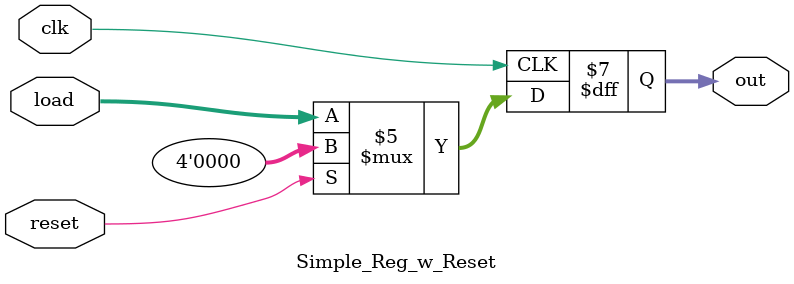
<source format=v>

module Simple_Reg_w_Reset #(parameter W=4)(clk, reset, load, out);

	//inputs
	input [W-1:0] load;
	input clk, reset;
	
	//output
	output reg [W-1:0] out;
	
	initial begin
		out <= 0;
	end
	
	always @ (posedge clk)
	begin
		//check reset
		if(reset == 1) begin
			out <= 0;
		end else begin
			out <= load;
		end
 	
	end
	
endmodule

</source>
